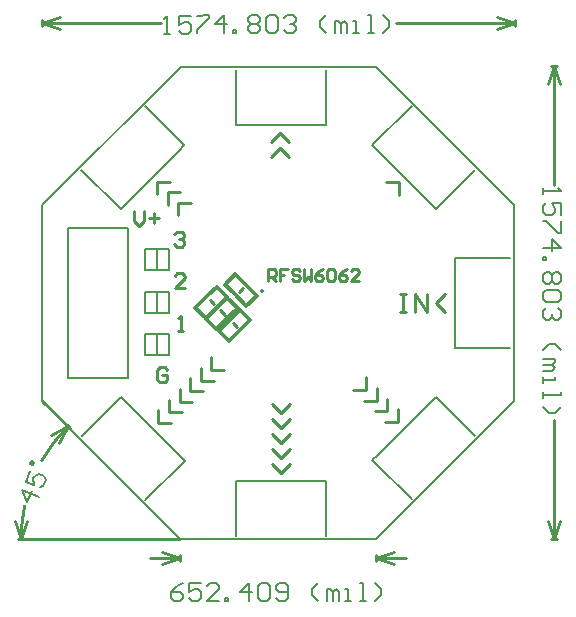
<source format=gto>
G04 Layer_Color=65535*
%FSLAX44Y44*%
%MOMM*%
G71*
G01*
G75*
%ADD27C,0.3048*%
%ADD28C,0.2540*%
%ADD29C,0.1270*%
%ADD30C,0.1524*%
%ADD42C,0.2000*%
%ADD43C,0.2286*%
D27*
X1363726Y823976D02*
X1381633Y806069D01*
X1355090Y815340D02*
X1363726Y823976D01*
X1355090Y815340D02*
X1362456Y807974D01*
X1372997Y797433D02*
X1381633Y806069D01*
X1362456Y807974D02*
X1372997Y797433D01*
X1367536Y793750D02*
X1376172Y785114D01*
X1358265Y767207D02*
X1376172Y785114D01*
X1360170Y786384D02*
X1367536Y793750D01*
X1349629Y775843D02*
X1358265Y767207D01*
X1349629Y775843D02*
X1360170Y786384D01*
X1356868Y804418D02*
X1365504Y795782D01*
X1347597Y777875D02*
X1365504Y795782D01*
X1349502Y797052D02*
X1356868Y804418D01*
X1338961Y786511D02*
X1347597Y777875D01*
X1338961Y786511D02*
X1349502Y797052D01*
X1329817Y795655D02*
X1340358Y806196D01*
X1329817Y795655D02*
X1338453Y787019D01*
X1340358Y806196D02*
X1347724Y813562D01*
X1338453Y787019D02*
X1356360Y804926D01*
X1347724Y813562D02*
X1356360Y804926D01*
D28*
X1366503Y808971D02*
X1370095Y812563D01*
X1341865Y802659D02*
X1345457Y799067D01*
X1351009Y793515D02*
X1354601Y789923D01*
X1361677Y783101D02*
X1365269Y779509D01*
X1502918Y807588D02*
X1507996D01*
X1505457D01*
Y792353D01*
X1502918D01*
X1507996D01*
X1515614D02*
Y807588D01*
X1525771Y792353D01*
Y807588D01*
X1343406Y753872D02*
Y743099D01*
X1354179D01*
X1334429Y744895D02*
Y734122D01*
X1345202D01*
X1325451Y735917D02*
Y725145D01*
X1336224D01*
X1316474Y726940D02*
Y716167D01*
X1327247D01*
X1307497Y717963D02*
Y707190D01*
X1318269D01*
X1298519Y708985D02*
Y698212D01*
X1309292D01*
X1394460Y713994D02*
X1402077Y706376D01*
X1409695Y713994D01*
X1394460Y701298D02*
X1402077Y693681D01*
X1409695Y701298D01*
X1394460Y688602D02*
X1402077Y680985D01*
X1409695Y688602D01*
X1394460Y675906D02*
X1402077Y668289D01*
X1409695Y675906D01*
X1394460Y663211D02*
X1402077Y655593D01*
X1409695Y663211D01*
X1463675Y725932D02*
X1474448D01*
Y736705D01*
X1472652Y716955D02*
X1483425D01*
Y727728D01*
X1481630Y707977D02*
X1492402D01*
Y718750D01*
X1490607Y699000D02*
X1501380D01*
Y709773D01*
X1326007Y884682D02*
X1315234D01*
Y873909D01*
X1317030Y893659D02*
X1306257D01*
Y882887D01*
X1308052Y902637D02*
X1297280D01*
Y891864D01*
X1409446Y923036D02*
X1401828Y930654D01*
X1394211Y923036D01*
X1409446Y935732D02*
X1401828Y943349D01*
X1394211Y935732D01*
X1501902Y891032D02*
Y901805D01*
X1491129D01*
X1541142Y792353D02*
X1533525Y799970D01*
X1541142Y807588D01*
X1305896Y743116D02*
X1303780Y745232D01*
X1299548D01*
X1297432Y743116D01*
Y734652D01*
X1299548Y732536D01*
X1303780D01*
X1305896Y734652D01*
Y738884D01*
X1301664D01*
X1315339Y776351D02*
X1319571D01*
X1317455D01*
Y789047D01*
X1315339Y786931D01*
X1320882Y812292D02*
X1312418D01*
X1320882Y820756D01*
Y822872D01*
X1318766Y824988D01*
X1314534D01*
X1312418Y822872D01*
X1312037Y858178D02*
X1314153Y860294D01*
X1318385D01*
X1320501Y858178D01*
Y856062D01*
X1318385Y853946D01*
X1316269D01*
X1318385D01*
X1320501Y851830D01*
Y849714D01*
X1318385Y847598D01*
X1314153D01*
X1312037Y849714D01*
X1277620Y877693D02*
Y869229D01*
X1281852Y864997D01*
X1286084Y869229D01*
Y877693D01*
X1290316Y871345D02*
X1298780D01*
X1294548Y875577D02*
Y867113D01*
X1185307Y627934D02*
G03*
X1182381Y599940I131885J-27934D01*
G01*
X1221866Y695326D02*
G03*
X1199881Y666424I95326J-95326D01*
G01*
X1179841Y599939D02*
X1317192Y600000D01*
X1200000Y717192D02*
X1223662Y693530D01*
X1182381Y599940D02*
X1187454Y615182D01*
X1177294Y615177D02*
X1182381Y599940D01*
X1207498Y688142D02*
X1221866Y695326D01*
X1214682Y680957D02*
X1221866Y695326D01*
X1600267Y1039726D02*
X1600269Y1034646D01*
X1200267Y1039582D02*
X1200269Y1034502D01*
X1585030Y1032101D02*
X1600268Y1037186D01*
X1585026Y1042261D02*
X1600268Y1037186D01*
X1200268Y1037042D02*
X1215510Y1031968D01*
X1200268Y1037042D02*
X1215506Y1042128D01*
X1499551Y1037150D02*
X1600268Y1037186D01*
X1200268Y1037042D02*
X1300985Y1037079D01*
X1482829Y581152D02*
Y586232D01*
X1317117Y581152D02*
Y586232D01*
X1482829Y583692D02*
X1498069Y578612D01*
X1482829Y583692D02*
X1498069Y588772D01*
X1301877Y578612D02*
X1317117Y583692D01*
X1301877Y588772D02*
X1317117Y583692D01*
X1482829D02*
X1508229D01*
X1291717D02*
X1317117D01*
X1630940Y600125D02*
X1636020Y600125D01*
X1630934Y1000125D02*
X1636014Y1000125D01*
X1628400Y615365D02*
X1633480Y600125D01*
X1638560Y615365D01*
X1628394Y984885D02*
X1633474Y1000125D01*
X1638554Y984885D01*
X1633479Y700842D02*
X1633480Y600125D01*
X1633474Y1000125D02*
X1633475Y899408D01*
D29*
X1287262Y966513D02*
X1317795Y935980D01*
X1320489Y933286D01*
X1315999Y928796D02*
X1320489Y933286D01*
X1301631Y914428D02*
X1315999Y928796D01*
X1315101Y938674D02*
X1320489Y933286D01*
X1266608Y879405D02*
X1301631Y914428D01*
X1233381Y912632D02*
X1266608Y879405D01*
X1440180Y954024D02*
Y997204D01*
Y950214D02*
Y954024D01*
X1433830Y950214D02*
X1440180D01*
X1413510D02*
X1433830D01*
X1440180D02*
Y957834D01*
X1363980Y950214D02*
X1413510D01*
X1363980D02*
Y997204D01*
X1536182Y882099D02*
X1566715Y912632D01*
X1533488Y879405D02*
X1536182Y882099D01*
X1528998Y883895D02*
X1533488Y879405D01*
X1514630Y898263D02*
X1528998Y883895D01*
X1533488Y879405D02*
X1538876Y884793D01*
X1479607Y933286D02*
X1514630Y898263D01*
X1479607Y933286D02*
X1512834Y966513D01*
X1553210Y761900D02*
X1596390D01*
X1549400D02*
X1553210D01*
X1549400D02*
Y768250D01*
Y788570D01*
Y761900D02*
X1557020D01*
X1549400Y788570D02*
Y838100D01*
X1596390D01*
X1482301Y663966D02*
X1512834Y633433D01*
X1479607Y666660D02*
X1482301Y663966D01*
X1479607Y666660D02*
X1484097Y671150D01*
X1498465Y685518D01*
X1479607Y666660D02*
X1484995Y661272D01*
X1498465Y685518D02*
X1533488Y720541D01*
X1566715Y687314D01*
X1363980Y602488D02*
Y645668D01*
Y649478D01*
X1370330D01*
X1390650D01*
X1363980Y641858D02*
Y649478D01*
X1390650D02*
X1440180D01*
Y602488D02*
Y649478D01*
X1233635Y687060D02*
X1264168Y717593D01*
X1266862Y720287D01*
X1271352Y715797D01*
X1285720Y701429D01*
X1261474Y714899D02*
X1266862Y720287D01*
X1285720Y701429D02*
X1320743Y666406D01*
X1287516Y633179D02*
X1320743Y666406D01*
X1200000Y717192D02*
Y882754D01*
X1317246Y1000000D01*
X1482898D01*
X1600000Y882898D01*
Y717096D02*
Y882898D01*
X1482904Y600000D02*
X1600000Y717096D01*
X1317192Y600000D02*
X1482904D01*
X1200000Y717192D02*
X1317192Y600000D01*
D30*
X1197300Y635613D02*
X1183223Y641440D01*
X1187348Y631488D01*
X1191232Y640872D01*
X1190021Y657863D02*
X1186136Y648478D01*
X1193175Y645565D01*
X1192771Y651228D01*
X1193742Y653574D01*
X1197059Y654949D01*
X1201752Y653007D01*
X1203127Y649689D01*
X1201184Y644997D01*
X1197867Y643622D01*
X1191959Y662557D02*
X1189613Y663528D01*
X1190584Y665874D01*
X1192930Y664903D01*
X1191959Y662557D01*
X1303528Y1027938D02*
X1308606Y1027940D01*
X1306067Y1027939D01*
X1306062Y1043174D01*
X1303523Y1040634D01*
X1326375Y1043181D02*
X1316218Y1043178D01*
X1316221Y1035560D01*
X1321299Y1038101D01*
X1323838Y1038102D01*
X1326378Y1035564D01*
X1326380Y1030485D01*
X1323841Y1027945D01*
X1318763Y1027943D01*
X1316223Y1030482D01*
X1331454Y1043183D02*
X1341610Y1043187D01*
X1341611Y1040648D01*
X1331458Y1030487D01*
X1331459Y1027948D01*
X1354312Y1027956D02*
X1354306Y1043191D01*
X1346691Y1035571D01*
X1356848Y1035575D01*
X1361929Y1027959D02*
X1361928Y1030498D01*
X1364467Y1030499D01*
X1364468Y1027960D01*
X1361929Y1027959D01*
X1374620Y1040659D02*
X1377159Y1043200D01*
X1382237Y1043201D01*
X1384777Y1040663D01*
X1384778Y1038124D01*
X1382240Y1035584D01*
X1384780Y1033046D01*
X1384781Y1030506D01*
X1382242Y1027966D01*
X1377164Y1027964D01*
X1374624Y1030503D01*
X1374623Y1033042D01*
X1377161Y1035582D01*
X1374621Y1038120D01*
X1374620Y1040659D01*
X1377161Y1035582D02*
X1382240Y1035584D01*
X1389855Y1040665D02*
X1392394Y1043205D01*
X1397472Y1043207D01*
X1400012Y1040669D01*
X1400016Y1030512D01*
X1397478Y1027972D01*
X1392399Y1027970D01*
X1389859Y1030508D01*
X1389855Y1040665D01*
X1405091Y1040670D02*
X1407629Y1043211D01*
X1412707Y1043212D01*
X1415247Y1040674D01*
X1415248Y1038135D01*
X1412710Y1035595D01*
X1410171Y1035594D01*
X1412710Y1035595D01*
X1415250Y1033057D01*
X1415251Y1030517D01*
X1412713Y1027977D01*
X1407634Y1027975D01*
X1405094Y1030514D01*
X1440644Y1027987D02*
X1435563Y1033064D01*
X1435562Y1038142D01*
X1440638Y1043222D01*
X1448261Y1027990D02*
X1448257Y1038147D01*
X1450797Y1038148D01*
X1453337Y1035610D01*
X1453340Y1027992D01*
X1453337Y1035610D01*
X1455875Y1038150D01*
X1458415Y1035611D01*
X1458418Y1027994D01*
X1463496Y1027996D02*
X1468575Y1027997D01*
X1466035Y1027997D01*
X1466032Y1038153D01*
X1463493Y1038152D01*
X1476192Y1028000D02*
X1481270Y1028002D01*
X1478731Y1028001D01*
X1478726Y1043236D01*
X1476187Y1043235D01*
X1488888Y1028005D02*
X1493965Y1033085D01*
X1493963Y1038163D01*
X1488882Y1043240D01*
X1319734Y562361D02*
X1314656Y559822D01*
X1309578Y554743D01*
Y549665D01*
X1312117Y547126D01*
X1317195D01*
X1319734Y549665D01*
Y552204D01*
X1317195Y554743D01*
X1309578D01*
X1334970Y562361D02*
X1324813D01*
Y554743D01*
X1329891Y557283D01*
X1332430D01*
X1334970Y554743D01*
Y549665D01*
X1332430Y547126D01*
X1327352D01*
X1324813Y549665D01*
X1350205Y547126D02*
X1340048D01*
X1350205Y557283D01*
Y559822D01*
X1347666Y562361D01*
X1342587D01*
X1340048Y559822D01*
X1355283Y547126D02*
Y549665D01*
X1357822D01*
Y547126D01*
X1355283D01*
X1375596D02*
Y562361D01*
X1367979Y554743D01*
X1378136D01*
X1383214Y559822D02*
X1385753Y562361D01*
X1390831D01*
X1393371Y559822D01*
Y549665D01*
X1390831Y547126D01*
X1385753D01*
X1383214Y549665D01*
Y559822D01*
X1398449Y549665D02*
X1400988Y547126D01*
X1406067D01*
X1408606Y549665D01*
Y559822D01*
X1406067Y562361D01*
X1400988D01*
X1398449Y559822D01*
Y557283D01*
X1400988Y554743D01*
X1408606D01*
X1433997Y547126D02*
X1428919Y552204D01*
Y557283D01*
X1433997Y562361D01*
X1441615Y547126D02*
Y557283D01*
X1444154D01*
X1446693Y554743D01*
Y547126D01*
Y554743D01*
X1449233Y557283D01*
X1451772Y554743D01*
Y547126D01*
X1456850D02*
X1461929D01*
X1459389D01*
Y557283D01*
X1456850D01*
X1469546Y547126D02*
X1474624D01*
X1472085D01*
Y562361D01*
X1469546D01*
X1482242Y547126D02*
X1487320Y552204D01*
Y557283D01*
X1482242Y562361D01*
X1624334Y896868D02*
X1624334Y891790D01*
X1624334Y894329D01*
X1639569Y894329D01*
X1637030Y896868D01*
X1639569Y874016D02*
X1639569Y884172D01*
X1631952Y884172D01*
X1634491Y879094D01*
X1634491Y876555D01*
X1631952Y874016D01*
X1626873Y874016D01*
X1624334Y876555D01*
X1624334Y881633D01*
X1626873Y884172D01*
X1639570Y868937D02*
X1639570Y858781D01*
X1637030Y858781D01*
X1626874Y868937D01*
X1624334Y868937D01*
X1624335Y846085D02*
X1639570Y846085D01*
X1631952Y853702D01*
X1631952Y843545D01*
X1624335Y838467D02*
X1626874Y838467D01*
X1626874Y835928D01*
X1624335Y835928D01*
X1624335Y838467D01*
X1637031Y825771D02*
X1639570Y823232D01*
X1639570Y818154D01*
X1637031Y815614D01*
X1634492Y815614D01*
X1631953Y818154D01*
X1629414Y815614D01*
X1626874Y815614D01*
X1624335Y818154D01*
X1624335Y823232D01*
X1626874Y825771D01*
X1629413Y825771D01*
X1631953Y823232D01*
X1634492Y825771D01*
X1637031Y825771D01*
X1631953Y823232D02*
X1631953Y818154D01*
X1637031Y810536D02*
X1639570Y807997D01*
X1639570Y802919D01*
X1637031Y800379D01*
X1626875Y800379D01*
X1624335Y802918D01*
X1624335Y807997D01*
X1626875Y810536D01*
X1637031Y810536D01*
X1637031Y795301D02*
X1639571Y792762D01*
X1639571Y787684D01*
X1637032Y785144D01*
X1634492Y785144D01*
X1631953Y787683D01*
X1631953Y790223D01*
X1631953Y787683D01*
X1629414Y785144D01*
X1626875Y785144D01*
X1624336Y787683D01*
X1624336Y792762D01*
X1626875Y795301D01*
X1624336Y759752D02*
X1629414Y764831D01*
X1634493Y764831D01*
X1639571Y759753D01*
X1624336Y752135D02*
X1634493Y752135D01*
X1634493Y749596D01*
X1631954Y747057D01*
X1624336Y747057D01*
X1631954Y747057D01*
X1634493Y744518D01*
X1631954Y741978D01*
X1624336Y741978D01*
X1624336Y736900D02*
X1624337Y731822D01*
X1624337Y734361D01*
X1634493Y734361D01*
X1634493Y736900D01*
X1624337Y724204D02*
X1624337Y719126D01*
X1624337Y721665D01*
X1639572Y721665D01*
X1639572Y724204D01*
X1624337Y711508D02*
X1629415Y706430D01*
X1634494Y706430D01*
X1639572Y711508D01*
D42*
X1387250Y810000D02*
G03*
X1387250Y810000I-1000J0D01*
G01*
X1297685Y827533D02*
Y845313D01*
X1307845D01*
Y827533D02*
Y845313D01*
X1297685Y827533D02*
X1307845D01*
X1297685Y791719D02*
Y809499D01*
X1307845D01*
Y791719D02*
Y809499D01*
X1297685Y791719D02*
X1307845D01*
X1297685Y755651D02*
Y773431D01*
X1307845D01*
Y755651D02*
Y773431D01*
X1297685Y755651D02*
X1307845D01*
X1297687Y827531D02*
Y845311D01*
X1287527Y827531D02*
X1297687D01*
X1287527D02*
Y845311D01*
X1297687D01*
Y791717D02*
Y809497D01*
X1287527Y791717D02*
X1297687D01*
X1287527D02*
Y809497D01*
X1297687D01*
Y755649D02*
Y773429D01*
X1287527Y755649D02*
X1297687D01*
X1287527D02*
Y773429D01*
X1297687D01*
X1222300Y736500D02*
Y863500D01*
X1273100Y736500D02*
Y863500D01*
X1222300D02*
X1273100D01*
X1222300Y736500D02*
X1273100D01*
D43*
X1390904Y818134D02*
Y828291D01*
X1395982D01*
X1397675Y826598D01*
Y823212D01*
X1395982Y821520D01*
X1390904D01*
X1394290D02*
X1397675Y818134D01*
X1407832Y828291D02*
X1401061D01*
Y823212D01*
X1404446D01*
X1401061D01*
Y818134D01*
X1417989Y826598D02*
X1416296Y828291D01*
X1412910D01*
X1411217Y826598D01*
Y824905D01*
X1412910Y823212D01*
X1416296D01*
X1417989Y821520D01*
Y819827D01*
X1416296Y818134D01*
X1412910D01*
X1411217Y819827D01*
X1421374Y828291D02*
Y818134D01*
X1424760Y821520D01*
X1428145Y818134D01*
Y828291D01*
X1438302D02*
X1434917Y826598D01*
X1431531Y823212D01*
Y819827D01*
X1433224Y818134D01*
X1436609D01*
X1438302Y819827D01*
Y821520D01*
X1436609Y823212D01*
X1431531D01*
X1441688Y826598D02*
X1443380Y828291D01*
X1446766D01*
X1448459Y826598D01*
Y819827D01*
X1446766Y818134D01*
X1443380D01*
X1441688Y819827D01*
Y826598D01*
X1458616Y828291D02*
X1455230Y826598D01*
X1451844Y823212D01*
Y819827D01*
X1453537Y818134D01*
X1456923D01*
X1458616Y819827D01*
Y821520D01*
X1456923Y823212D01*
X1451844D01*
X1468772Y818134D02*
X1462001D01*
X1468772Y824905D01*
Y826598D01*
X1467079Y828291D01*
X1463694D01*
X1462001Y826598D01*
M02*

</source>
